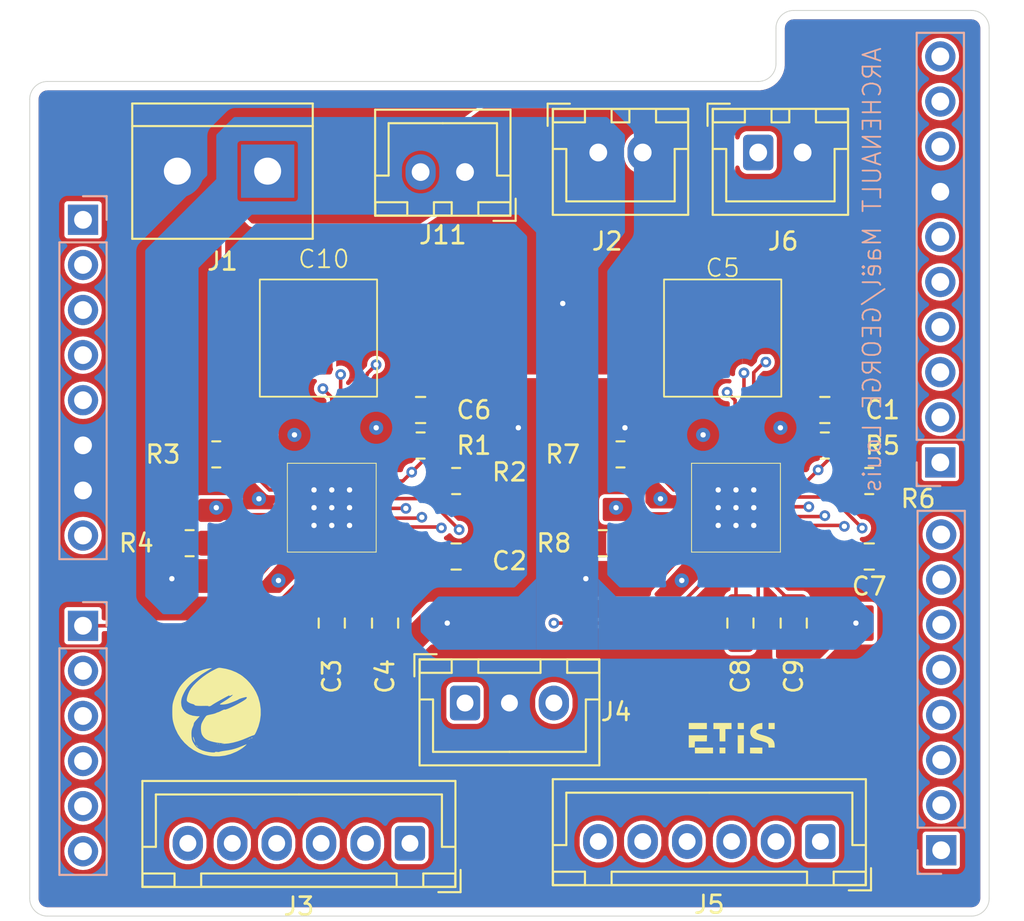
<source format=kicad_pcb>
(kicad_pcb (version 20240108) (generator "pcbnew") (generator_version "8.0")
  (layers (0 "F.Cu" signal) (1 "In1.Cu" signal "Signal 1") (2 "In2.Cu" signal "Signal 2") (31 "B.Cu" signal) (34 "B.Paste" user) (35 "F.Paste" user) (36 "B.SilkS" user "B.Silkscreen") (37 "F.SilkS" user "F.Silkscreen") (38 "B.Mask" user) (39 "F.Mask" user) (44 "Edge.Cuts" user))
  (net 0 "")
  (net 2 "GND")
  (net 3 "Net-(U1-VREG)")
  (net 4 "Net-(U1-CP2)")
  (net 5 "Net-(U1-CP1)")
  (net 6 "Net-(U1-VCP)")
  (net 7 "VBB")
  (net 8 "Net-(U2-VREG)")
  (net 9 "Net-(U2-CP2)")
  (net 10 "Net-(U2-CP1)")
  (net 11 "Net-(U2-VCP)")
  (net 12 "VDD")
  (net 13 "BLUE1")
  (net 14 "GREEN1")
  (net 16 "RED1")
  (net 17 "BLACK1")
  (net 18 "RED2")
  (net 19 "SLEEP1")
  (net 20 "BLACK2")
  (net 21 "BLUE2")
  (net 22 "GREEN2")
  (net 23 "EN1")
  (net 24 "RESET1")
  (net 25 "DIR1")
  (net 26 "STEP1")
  (net 27 "MS3")
  (net 28 "MS1")
  (net 29 "MS2")
  (net 30 "STEP2")
  (net 31 "EN2")
  (net 32 "RESET2")
  (net 33 "DIR2")
  (net 34 "SLEEP2")
  (net 35 "Net-(U1-ROSC)")
  (net 36 "VREF")
  (net 37 "Net-(U1-SENSE1)")
  (net 38 "Net-(U1-SENSE2)")
  (net 39 "Net-(U2-ROSC)")
  (net 40 "Net-(U2-SENSE1)")
  (net 41 "Net-(U2-SENSE2)")
  (net 53 "EOC_SWITCH")
  (net 56 "IR_LED")
  (net 64 "Net-(J1-Pin_1)")
  (footprint "Capacitor_SMD:C_0805_2012Metric_Pad1.18x1.45mm_HandSolder" (layer "F.Cu") (at 114 65.5 180)
    (property "Reference" "C6" (at -3 0 0) (layer "F.SilkS"))
    (property "Value" "0.22µF")
    (pad "1" smd roundrect (at -1.0375 0 180) (size 1.175 1.45) (layers "F.Cu" "F.Paste" "F.Mask") (roundrect_rratio 0.212766) (net 2 "GND"))
    (pad "2" smd roundrect (at 1.0375 0 180) (size 1.175 1.45) (layers "F.Cu" "F.Paste" "F.Mask") (roundrect_rratio 0.212766) (net 12 "VDD"))
  )
  (footprint "TerminalBlock:TerminalBlock_bornier-2_P5.08mm" (layer "F.Cu") (at 105.39 52.05 180)
    (property "Reference" "J1" (at 2.54 -5.08 0) (layer "F.SilkS"))
    (property "Value" "Power_Connector")
    (pad "1" thru_hole rect (at 0 0 180) (size 3 3) (drill 1.52) (layers "*.Cu" "*.Mask") (net 64 "Net-(J1-Pin_1)"))
    (pad "2" thru_hole circle (at 5.08 0 180) (size 3 3) (drill 1.52) (layers "*.Cu" "*.Mask") (net 2 "GND"))
  )
  (footprint "logos:etis_logo" (layer "F.Cu") (at 131.5 84)
    (property "Reference" "G***" (hide yes))
    (property "Value" "LOGO" (hide yes))
  )
  (footprint "Connector_JST:JST_XH_B6B-XH-A_1x06_P2.50mm_Vertical" (layer "F.Cu") (at 136.5 89.8 180)
    (property "Reference" "J5" (at 6.25 -3.55 180) (layer "F.SilkS"))
    (property "Value" "Motor_2_connector")
    (pad "1" thru_hole roundrect (at 0 0 180) (size 1.7 1.95) (drill 0.95) (layers "*.Cu" "*.Mask") (roundrect_rratio 0.147059))
    (pad "2" thru_hole oval (at 2.5 0 180) (size 1.7 1.95) (drill 0.95) (layers "*.Cu" "*.Mask") (net 22 "GREEN2"))
    (pad "3" thru_hole oval (at 5 0 180) (size 1.7 1.95) (drill 0.95) (layers "*.Cu" "*.Mask") (net 20 "BLACK2"))
    (pad "4" thru_hole oval (at 7.5 0 180) (size 1.7 1.95) (drill 0.95) (layers "*.Cu" "*.Mask") (net 21 "BLUE2"))
    (pad "5" thru_hole oval (at 10 0 180) (size 1.7 1.95) (drill 0.95) (layers "*.Cu" "*.Mask") (net 18 "RED2"))
    (pad "6" thru_hole oval (at 12.5 0 180) (size 1.7 1.95) (drill 0.95) (layers "*.Cu" "*.Mask"))
  )
  (footprint "Resistor_SMD:R_0805_2012Metric_Pad1.20x1.40mm_HandSolder" (layer "F.Cu") (at 124.25 73 180)
    (property "Reference" "R8" (at 2.75 0 0) (layer "F.SilkS"))
    (property "Value" "R_Small")
    (pad "1" smd roundrect (at -1 0 180) (size 1.2 1.4) (layers "F.Cu" "F.Paste" "F.Mask") (roundrect_rratio 0.208333) (net 41 "Net-(U2-SENSE2)"))
    (pad "2" smd roundrect (at 1 0 180) (size 1.2 1.4) (layers "F.Cu" "F.Paste" "F.Mask") (roundrect_rratio 0.208333) (net 2 "GND"))
  )
  (footprint "Capacitor_SMD:C_0805_2012Metric_Pad1.18x1.45mm_HandSolder" (layer "F.Cu") (at 116 73.75 180)
    (property "Reference" "C2" (at -3 -0.25 0) (layer "F.SilkS"))
    (property "Value" "0.22µF")
    (pad "1" smd roundrect (at -1.0375 0 180) (size 1.175 1.45) (layers "F.Cu" "F.Paste" "F.Mask") (roundrect_rratio 0.212766) (net 2 "GND"))
    (pad "2" smd roundrect (at 1.0375 0 180) (size 1.175 1.45) (layers "F.Cu" "F.Paste" "F.Mask") (roundrect_rratio 0.212766) (net 3 "Net-(U1-VREG)"))
  )
  (footprint "Resistor_SMD:R_0805_2012Metric_Pad1.20x1.40mm_HandSolder" (layer "F.Cu") (at 139.25 69.5 180)
    (property "Reference" "R6" (at -2.75 -1 0) (layer "F.SilkS"))
    (property "Value" "~")
    (pad "1" smd roundrect (at -1 0 180) (size 1.2 1.4) (layers "F.Cu" "F.Paste" "F.Mask") (roundrect_rratio 0.208333) (net 2 "GND"))
    (pad "2" smd roundrect (at 1 0 180) (size 1.2 1.4) (layers "F.Cu" "F.Paste" "F.Mask") (roundrect_rratio 0.208333) (net 39 "Net-(U2-ROSC)"))
  )
  (footprint "logos:ensea_logo" (layer "F.Cu") (at 102.5 82.5)
    (property "Reference" "G***" (hide yes))
    (property "Value" "LOGO" (hide yes))
  )
  (footprint "Connector_JST:JST_XH_B2B-XH-A_1x02_P2.50mm_Vertical" (layer "F.Cu") (at 133 51)
    (property "Reference" "J6" (at 1.4 5 0) (layer "F.SilkS"))
    (property "Value" "IR_LED_Connector")
    (pad "1" thru_hole roundrect (at 0 0) (size 1.7 2) (drill 1) (layers "*.Cu" "*.Mask") (roundrect_rratio 0.147059) (net 56 "IR_LED"))
    (pad "2" thru_hole oval (at 2.5 0) (size 1.7 2) (drill 1) (layers "*.Cu" "*.Mask") (net 2 "GND"))
  )
  (footprint "Resistor_SMD:R_0805_2012Metric_Pad1.20x1.40mm_HandSolder" (layer "F.Cu") (at 114 67.5)
    (property "Reference" "R1" (at 3 0 0) (layer "F.SilkS"))
    (property "Value" "R_Small")
    (pad "1" smd roundrect (at -1 0) (size 1.2 1.4) (layers "F.Cu" "F.Paste" "F.Mask") (roundrect_rratio 0.208333) (net 12 "VDD"))
    (pad "2" smd roundrect (at 1 0) (size 1.2 1.4) (layers "F.Cu" "F.Paste" "F.Mask") (roundrect_rratio 0.208333) (net 19 "SLEEP1"))
  )
  (footprint "Connector_JST:JST_XH_B6B-XH-A_1x06_P2.50mm_Vertical" (layer "F.Cu") (at 113.4 89.9 180)
    (property "Reference" "J3" (at 6.25 -3.55 180) (layer "F.SilkS"))
    (property "Value" "Motor_1_connector")
    (pad "1" thru_hole roundrect (at 0 0 180) (size 1.7 1.95) (drill 0.95) (layers "*.Cu" "*.Mask") (roundrect_rratio 0.147059))
    (pad "2" thru_hole oval (at 2.5 0 180) (size 1.7 1.95) (drill 0.95) (layers "*.Cu" "*.Mask") (net 14 "GREEN1"))
    (pad "3" thru_hole oval (at 5 0 180) (size 1.7 1.95) (drill 0.95) (layers "*.Cu" "*.Mask") (net 17 "BLACK1"))
    (pad "4" thru_hole oval (at 7.5 0 180) (size 1.7 1.95) (drill 0.95) (layers "*.Cu" "*.Mask") (net 13 "BLUE1"))
    (pad "5" thru_hole oval (at 10 0 180) (size 1.7 1.95) (drill 0.95) (layers "*.Cu" "*.Mask") (net 16 "RED1"))
    (pad "6" thru_hole oval (at 12.5 0 180) (size 1.7 1.95) (drill 0.95) (layers "*.Cu" "*.Mask"))
  )
  (footprint "Resistor_SMD:R_0805_2012Metric_Pad1.20x1.40mm_HandSolder" (layer "F.Cu") (at 102.5 68 180)
    (property "Reference" "R3" (at 3 0 0) (layer "F.SilkS"))
    (property "Value" "R_Small")
    (pad "1" smd roundrect (at -1 0 180) (size 1.2 1.4) (layers "F.Cu" "F.Paste" "F.Mask") (roundrect_rratio 0.208333) (net 37 "Net-(U1-SENSE1)"))
    (pad "2" smd roundrect (at 1 0 180) (size 1.2 1.4) (layers "F.Cu" "F.Paste" "F.Mask") (roundrect_rratio 0.208333) (net 2 "GND"))
  )
  (footprint "Resistor_SMD:R_0805_2012Metric_Pad1.20x1.40mm_HandSolder" (layer "F.Cu") (at 116 69.5 180)
    (property "Reference" "R2" (at -3 0.5 0) (layer "F.SilkS"))
    (property "Value" "R_Small")
    (pad "1" smd roundrect (at -1 0 180) (size 1.2 1.4) (layers "F.Cu" "F.Paste" "F.Mask") (roundrect_rratio 0.208333) (net 2 "GND"))
    (pad "2" smd roundrect (at 1 0 180) (size 1.2 1.4) (layers "F.Cu" "F.Paste" "F.Mask") (roundrect_rratio 0.208333) (net 35 "Net-(U1-ROSC)"))
  )
  (footprint "Capacitor_SMD:C_0805_2012Metric_Pad1.18x1.45mm_HandSolder" (layer "F.Cu") (at 139.25 73.75 180)
    (property "Reference" "C7" (at 0 -1.68 0) (layer "F.SilkS"))
    (property "Value" "0.22µF")
    (pad "1" smd roundrect (at -1.0375 0 180) (size 1.175 1.45) (layers "F.Cu" "F.Paste" "F.Mask") (roundrect_rratio 0.212766) (net 2 "GND"))
    (pad "2" smd roundrect (at 1.0375 0 180) (size 1.175 1.45) (layers "F.Cu" "F.Paste" "F.Mask") (roundrect_rratio 0.212766) (net 8 "Net-(U2-VREG)"))
  )
  (footprint "A4988:A4988" (layer "F.Cu") (at 109 71 90)
    (property "Reference" "U1" (hide yes))
    (property "Value" "A4988")
    (pad "1" smd rect (at -2.5 -1.5 180) (size 0.3 1.15) (layers "F.Cu" "F.Paste" "F.Mask") (net 13 "BLUE1"))
    (pad "2" smd rect (at -2.5 -1 180) (size 0.3 1.15) (layers "F.Cu" "F.Paste" "F.Mask") (net 23 "EN1"))
    (pad "3" smd rect (at -2.5 -0.5 180) (size 0.3 1.15) (layers "F.Cu" "F.Paste" "F.Mask") (net 2 "GND"))
    (pad "4" smd rect (at -2.5 0 180) (size 0.3 1.15) (layers "F.Cu" "F.Paste" "F.Mask") (net 5 "Net-(U1-CP1)"))
    (pad "5" smd rect (at -2.5 0.5 180) (size 0.3 1.15) (layers "F.Cu" "F.Paste" "F.Mask") (net 4 "Net-(U1-CP2)"))
    (pad "6" smd rect (at -2.5 1 180) (size 0.3 1.15) (layers "F.Cu" "F.Paste" "F.Mask") (net 6 "Net-(U1-VCP)"))
    (pad "7" smd rect (at -2.5 1.5 180) (size 0.3 1.15) (layers "F.Cu" "F.Paste" "F.Mask"))
    (pad "8" smd rect (at -1.5 2.5 270) (size 0.3 1.15) (layers "F.Cu" "F.Paste" "F.Mask") (net 3 "Net-(U1-VREG)"))
    (pad "9" smd rect (at -1 2.5 270) (size 0.3 1.15) (layers "F.Cu" "F.Paste" "F.Mask") (net 28 "MS1"))
    (pad "10" smd rect (at -0.5 2.5 270) (size 0.3 1.15) (layers "F.Cu" "F.Paste" "F.Mask") (net 29 "MS2"))
    (pad "11" smd rect (at 0 2.5 270) (size 0.3 1.15) (layers "F.Cu" "F.Paste" "F.Mask") (net 27 "MS3"))
    (pad "12" smd rect (at 0.5 2.5 270) (size 0.3 1.15) (layers "F.Cu" "F.Paste" "F.Mask") (net 24 "RESET1"))
    (pad "13" smd rect (at 1 2.5 270) (size 0.3 1.15) (layers "F.Cu" "F.Paste" "F.Mask") (net 35 "Net-(U1-ROSC)"))
    (pad "14" smd rect (at 1.5 2.5 270) (size 0.3 1.15) (layers "F.Cu" "F.Paste" "F.Mask") (net 19 "SLEEP1"))
    (pad "15" smd rect (at 2.5 1.5 180) (size 0.3 1.15) (layers "F.Cu" "F.Paste" "F.Mask") (net 12 "VDD"))
    (pad "16" smd rect (at 2.5 1 180) (size 0.3 1.15) (layers "F.Cu" "F.Paste" "F.Mask") (net 26 "STEP1"))
    (pad "17" smd rect (at 2.5 0.5 180) (size 0.3 1.15) (layers "F.Cu" "F.Paste" "F.Mask") (net 36 "VREF"))
    (pad "18" smd rect (at 2.5 0 180) (size 0.3 1.15) (layers "F.Cu" "F.Paste" "F.Mask") (net 2 "GND"))
    (pad "19" smd rect (at 2.5 -0.5 180) (size 0.3 1.15) (layers "F.Cu" "F.Paste" "F.Mask") (net 25 "DIR1"))
    (pad "20" smd rect (at 2.5 -1 180) (size 0.3 1.15) (layers "F.Cu" "F.Paste" "F.Mask"))
    (pad "21" smd rect (at 2.5 -1.5 180) (size 0.3 1.15) (layers "F.Cu" "F.Paste" "F.Mask") (net 14 "GREEN1"))
    (pad "22" smd rect (at 1.5 -2.5 270) (size 0.3 1.15) (layers "F.Cu" "F.Paste" "F.Mask") (net 7 "VBB"))
    (pad "23" smd rect (at 1 -2.5 270) (size 0.3 1.15) (layers "F.Cu" "F.Paste" "F.Mask") (net 37 "Net-(U1-SENSE1)"))
    (pad "24" smd rect (at 0.5 -2.5 270) (size 0.3 1.15) (layers "F.Cu" "F.Paste" "F.Mask") (net 17 "BLACK1"))
    (pad "25" smd rect (at 0 -2.5 270) (size 0.3 1.15) (layers "F.Cu" "F.Paste" "F.Mask"))
    (pad "26" smd rect (at -0.5 -2.5 270) (size 0.3 1.15) (layers "F.Cu" "F.Paste" "F.Mask") (net 16 "RED1"))
    (pad "27" smd rect (at -1 -2.5 270) (size 0.3 1.15) (layers "F.Cu" "F.Paste" "F.Mask") (net 38 "Net-(U1-SENSE2)"))
    (pad "28" smd rect (at -1.5 -2.5 270) (size 0.3 1.15) (layers "F.Cu" "F.Paste" "F.Mask") (net 7 "VBB"))
    (pad "29" smd rect (at 0 0 90) (size 3.15 3.15) (layers "F.Cu" "F.Paste" "F.Mask") (net 2 "GND"))
  )
  (footprint "Capacitor_SMD:C_0805_2012Metric_Pad1.18x1.45mm_HandSolder" (layer "F.Cu") (at 132 77.5 90)
    (property "Reference" "C8" (at -3 0 90) (layer "F.SilkS"))
    (property "Value" "0.1µF")
    (pad "1" smd roundrect (at -1.0375 0 90) (size 1.175 1.45) (layers "F.Cu" "F.Paste" "F.Mask") (roundrect_rratio 0.212766) (net 9 "Net-(U2-CP2)"))
    (pad "2" smd roundrect (at 1.0375 0 90) (size 1.175 1.45) (layers "F.Cu" "F.Paste" "F.Mask") (roundrect_rratio 0.212766) (net 10 "Net-(U2-CP1)"))
  )
  (footprint "Resistor_SMD:R_0805_2012Metric_Pad1.20x1.40mm_HandSolder" (layer "F.Cu") (at 125.25 68 180)
    (property "Reference" "R7" (at 3.25 0 0) (layer "F.SilkS"))
    (property "Value" "R_Small")
    (pad "1" smd roundrect (at -1 0 180) (size 1.2 1.4) (layers "F.Cu" "F.Paste" "F.Mask") (roundrect_rratio 0.208333) (net 40 "Net-(U2-SENSE1)"))
    (pad "2" smd roundrect (at 1 0 180) (size 1.2 1.4) (layers "F.Cu" "F.Paste" "F.Mask") (roundrect_rratio 0.208333) (net 2 "GND"))
  )
  (footprint "Alimentation_Capacitor:Alimentation_Capacitor" (layer "F.Cu") (at 131.3 67.15)
    (property "Reference" "C5" (at -0.3 -9.65 0) (layer "F.SilkS") (effects (font (thickness 0.1))))
    (property "Value" "100µF")
    (pad "1" smd roundrect (at -3.1 -5.6) (size 3.5 1.6) (layers "F.Cu" "F.Paste" "F.Mask") (net 7 "VBB"))
    (pad "2" smd roundrect (at 2.5 -5.6) (size 3.5 1.6) (layers "F.Cu" "F.Paste" "F.Mask") (net 2 "GND"))
  )
  (footprint "Resistor_SMD:R_0805_2012Metric_Pad1.20x1.40mm_HandSolder" (layer "F.Cu") (at 136.75 67.5)
    (property "Reference" "R5" (at 3.25 0 0) (layer "F.SilkS"))
    (property "Value" "R_Small")
    (pad "1" smd roundrect (at -1 0) (size 1.2 1.4) (layers "F.Cu" "F.Paste" "F.Mask") (roundrect_rratio 0.208333) (net 12 "VDD"))
    (pad "2" smd roundrect (at 1 0) (size 1.2 1.4) (layers "F.Cu" "F.Paste" "F.Mask") (roundrect_rratio 0.208333) (net 34 "SLEEP2"))
  )
  (footprint "Connector_JST:JST_XH_B3B-XH-A_1x03_P2.50mm_Vertical" (layer "F.Cu") (at 116.5 82)
    (property "Reference" "J4" (at 8.5 0.5 0) (layer "F.SilkS"))
    (property "Value" "EOC_Switch_Connector")
    (pad "1" thru_hole roundrect (at 0 0) (size 1.7 1.95) (drill 0.95) (layers "*.Cu" "*.Mask") (roundrect_rratio 0.147059) (net 53 "EOC_SWITCH"))
    (pad "2" thru_hole oval (at 2.5 0) (size 1.7 1.95) (drill 0.95) (layers "*.Cu" "*.Mask") (net 2 "GND"))
    (pad "3" thru_hole oval (at 5 0) (size 1.7 1.95) (drill 0.95) (layers "*.Cu" "*.Mask") (net 12 "VDD"))
  )
  (footprint "A4988:A4988" (layer "F.Cu") (at 131.75 71 90)
    (property "Reference" "U2" (hide yes))
    (property "Value" "A4988")
    (pad "1" smd rect (at -2.5 -1.5 180) (size 0.3 1.15) (layers "F.Cu" "F.Paste" "F.Mask") (net 21 "BLUE2"))
    (pad "2" smd rect (at -2.5 -1 180) (size 0.3 1.15) (layers "F.Cu" "F.Paste" "F.Mask") (net 31 "EN2"))
    (pad "3" smd rect (at -2.5 -0.5 180) (size 0.3 1.15) (layers "F.Cu" "F.Paste" "F.Mask") (net 2 "GND"))
    (pad "4" smd rect (at -2.5 0 180) (size 0.3 1.15) (layers "F.Cu" "F.Paste" "F.Mask") (net 10 "Net-(U2-CP1)"))
    (pad "5" smd rect (at -2.5 0.5 180) (size 0.3 1.15) (layers "F.Cu" "F.Paste" "F.Mask") (net 9 "Net-(U2-CP2)"))
    (pad "6" smd rect (at -2.5 1 180) (size 0.3 1.15) (layers "F.Cu" "F.Paste" "F.Mask") (net 11 "Net-(U2-VCP)"))
    (pad "7" smd rect (at -2.5 1.5 180) (size 0.3 1.15) (layers "F.Cu" "F.Paste" "F.Mask"))
    (pad "8" smd rect (at -1.5 2.5 270) (size 0.3 1.15) (layers "F.Cu" "F.Paste" "F.Mask") (net 8 "Net-(U2-VREG)"))
    (pad "9" smd rect (at -1 2.5 270) (size 0.3 1.15) (layers "F.Cu" "F.Paste" "F.Mask") (net 28 "MS1"))
    (pad "10" smd rect (at -0.5 2.5 270) (size 0.3 1.15) (layers "F.Cu" "F.Paste" "F.Mask") (net 29 "MS2"))
    (pad "11" smd rect (at 0 2.5 270) (size 0.3 1.15) (layers "F.Cu" "F.Paste" "F.Mask") (net 27 "MS3"))
    (pad "12" smd rect (at 0.5 2.5 270) (size 0.3 1.15) (layers "F.Cu" "F.Paste" "F.Mask") (net 32 "RESET2"))
    (pad "13" smd rect (at 1 2.5 270) (size 0.3 1.15) (layers "F.Cu" "F.Paste" "F.Mask") (net 39 "Net-(U2-ROSC)"))
    (pad "14" smd rect (at 1.5 2.5 270) (size 0.3 1.15) (layers "F.Cu" "F.Paste" "F.Mask") (net 34 "SLEEP2"))
    (pad "15" smd rect (at 2.5 1.5 180) (size 0.3 1.15) (layers "F.Cu" "F.Paste" "F.Mask") (net 12 "VDD"))
    (pad "16" smd rect (at 2.5 1 180) (size 0.3 1.15) (layers "F.Cu" "F.Paste" "F.Mask") (net 30 "STEP2"))
    (pad "17" smd rect (at 2.5 0.5 180) (size 0.3 1.15) (layers "F.Cu" "F.Paste" "F.Mask") (net 36 "VREF"))
    (pad "18" smd rect (at 2.5 0 180) (size 0.3 1.15) (layers "F.Cu" "F.Paste" "F.Mask") (net 2 "GND"))
    (pad "19" smd rect (at 2.5 -0.5 180) (size 0.3 1.15) (layers "F.Cu" "F.Paste" "F.Mask") (net 33 "DIR2"))
    (pad "20" smd rect (at 2.5 -1 180) (size 0.3 1.15) (layers "F.Cu" "F.Paste" "F.Mask"))
    (pad "21" smd rect (at 2.5 -1.5 180) (size 0.3 1.15) (layers "F.Cu" "F.Paste" "F.Mask") (net 22 "GREEN2"))
    (pad "22" smd rect (at 1.5 -2.5 270) (size 0.3 1.15) (layers "F.Cu" "F.Paste" "F.Mask") (net 7 "VBB"))
    (pad "23" smd rect (at 1 -2.5 270) (size 0.3 1.15) (layers "F.Cu" "F.Paste" "F.Mask") (net 40 "Net-(U2-SENSE1)"))
    (pad "24" smd rect (at 0.5 -2.5 270) (size 0.3 1.15) (layers "F.Cu" "F.Paste" "F.Mask") (net 20 "BLACK2"))
    (pad "25" smd rect (at 0 -2.5 270) (size 0.3 1.15) (layers "F.Cu" "F.Paste" "F.Mask"))
    (pad "26" smd rect (at -0.5 -2.5 270) (size 0.3 1.15) (layers "F.Cu" "F.Paste" "F.Mask") (net 18 "RED2"))
    (pad "27" smd rect (at -1 -2.5 270) (size 0.3 1.15) (layers "F.Cu" "F.Paste" "F.Mask") (net 41 "Net-(U2-SENSE2)"))
    (pad "28" smd rect (at -1.5 -2.5 270) (size 0.3 1.15) (layers "F.Cu" "F.Paste" "F.Mask") (net 7 "VBB"))
    (pad "29" smd rect (at 0 0 90) (size 3.15 3.15) (layers "F.Cu" "F.Paste" "F.Mask") (net 2 "GND"))
  )
  (footprint "Alimentation_Capacitor:Alimentation_Capacitor" (layer "F.Cu") (at 108.55 67.15)
    (property "Reference" "C10" (at 0 -10.15 0) (layer "F.SilkS") (effects (font (thickness 0.1))))
    (property "Value" "100µF")
    (pad "1" smd roundrect (at -3.1 -5.6) (size 3.5 1.6) (layers "F.Cu" "F.Paste" "F.Mask") (net 7 "VBB"))
    (pad "2" smd roundrect (at 2.5 -5.6) (size 3.5 1.6) (layers "F.Cu" "F.Paste" "F.Mask") (net 2 "GND"))
  )
  (footprint "Capacitor_SMD:C_0805_2012Metric_Pad1.18x1.45mm_HandSolder" (layer "F.Cu") (at 109 77.5 90)
    (property "Reference" "C3" (at -3 0 90) (layer "F.SilkS"))
    (property "Value" "0.1µF")
    (pad "1" smd roundrect (at -1.0375 0 90) (size 1.175 1.45) (layers "F.Cu" "F.Paste" "F.Mask") (roundrect_rratio 0.212766) (net 4 "Net-(U1-CP2)"))
    (pad "2" smd roundrect (at 1.0375 0 90) (size 1.175 1.45) (layers "F.Cu" "F.Paste" "F.Mask") (roundrect_rratio 0.212766) (net 5 "Net-(U1-CP1)"))
  )
  (footprint "Capacitor_SMD:C_0805_2012Metric_Pad1.18x1.45mm_HandSolder" (layer "F.Cu") (at 112 77.5 90)
    (property "Reference" "C4" (at -3 0 90) (layer "F.SilkS"))
    (property "Value" "0.1µF")
    (pad "1" smd roundrect (at -1.0375 0 90) (size 1.175 1.45) (layers "F.Cu" "F.Paste" "F.Mask") (roundrect_rratio 0.212766) (net 7 "VBB"))
    (pad "2" smd roundrect (at 1.0375 0 90) (size 1.175 1.45) (layers "F.Cu" "F.Paste" "F.Mask") (roundrect_rratio 0.212766) (net 6 "Net-(U1-VCP)"))
  )
  (footprint "Connector_JST:JST_XH_B2B-XH-A_1x02_P2.50mm_Vertical" (layer "F.Cu") (at 116.5 52.1 180)
    (property "Reference" "J11" (at 1.25 -3.55 0) (layer "F.SilkS"))
    (property "Value" "SWITCH_Connector")
    (pad "1" thru_hole roundrect (at 0 0 180) (size 1.7 2) (drill 1) (layers "*.Cu" "*.Mask") (roundrect_rratio 0.147059) (net 7 "VBB"))
    (pad "2" thru_hole oval (at 2.5 0 180) (size 1.7 2) (drill 1) (layers "*.Cu" "*.Mask") (net 64 "Net-(J1-Pin_1)"))
  )
  (footprint "Connector_JST:JST_XH_B2B-XH-A_1x02_P2.50mm_Vertical" (layer "F.Cu") (at 124 51)
    (property "Reference" "J2" (at 0.5 5 0) (layer "F.SilkS"))
    (property "Value" "Fan_Connector")
    (pad "1" thru_hole roundrect (at 0 0) (size 1.7 2) (drill 1) (layers "*.Cu" "*.Mask") (roundrect_rratio 0.147059) (net 7 "VBB"))
    (pad "2" thru_hole oval (at 2.5 0) (size 1.7 2) (drill 1) (layers "*.Cu" "*.Mask") (net 2 "GND"))
  )
  (footprint "Capacitor_SMD:C_0805_2012Metric_Pad1.18x1.45mm_HandSolder" (layer "F.Cu") (at 136.75 65.5 180)
    (property "Reference" "C1" (at -3.25 0 0) (layer "F.SilkS"))
    (property "Value" "0.22µF")
    (pad "1" smd roundrect (at -1.0375 0 180) (size 1.175 1.45) (layers "F.Cu" "F.Paste" "F.Mask") (roundrect_rratio 0.212766) (net 2 "GND"))
    (pad "2" smd roundrect (at 1.0375 0 180) (size 1.175 1.45) (layers "F.Cu" "F.Paste" "F.Mask") (roundrect_rratio 0.212766) (net 12 "VDD"))
  )
  (footprint "Capacitor_SMD:C_0805_2012Metric_Pad1.18x1.45mm_HandSolder" (layer "F.Cu") (at 135 77.5 90)
    (property "Reference" "C9" (at -3 0 90) (layer "F.SilkS"))
    (property "Value" "0.1µF")
    (pad "1" smd roundrect (at -1.0375 0 90) (size 1.175 1.45) (layers "F.Cu" "F.Paste" "F.Mask") (roundrect_rratio 0.212766) (net 7 "VBB"))
    (pad "2" smd roundrect (at 1.0375 0 90) (size 1.175 1.45) (layers "F.Cu" "F.Paste" "F.Mask") (roundrect_rratio 0.212766) (net 11 "Net-(U2-VCP)"))
  )
  (footprint "Resistor_SMD:R_0805_2012Metric_Pad1.20x1.40mm_HandSolder" (layer "F.Cu") (at 101 73 180)
    (property "Reference" "R4" (at 3 0 0) (layer "F.SilkS"))
    (property "Value" "R_Small")
    (pad "1" smd roundrect (at -1 0 180) (size 1.2 1.4) (layers "F.Cu" "F.Paste" "F.Mask") (roundrect_rratio 0.208333) (net 38 "Net-(U1-SENSE2)"))
    (pad "2" smd roundrect (at 1 0 180) (size 1.2 1.4) (layers "F.Cu" "F.Paste" "F.Mask") (roundrect_rratio 0.208333) (net 2 "GND"))
  )
  (footprint "Connector_PinHeader_2.54mm:PinHeader_1x06_P2.54mm_Vertical" (layer "B.Cu") (at 95 77.65 180)
    (property "Reference" "J8" (hide yes))
    (property "Value" "Conn_01x06")
    (pad "1" thru_hole rect (at 0 0 180) (size 1.7 1.7) (drill 1) (layers "*.Cu" "*.Mask") (net 23 "EN1"))
    (pad "2" thru_hole oval (at 0 -2.54 180) (size 1.7 1.7) (drill 1) (layers "*.Cu" "*.Mask") (net 31 "EN2"))
    (pad "3" thru_hole oval (at 0 -5.08 180) (size 1.7 1.7) (drill 1) (layers "*.Cu" "*.Mask") (net 53 "EOC_SWITCH"))
    (pad "4" thru_hole oval (at 0 -7.62 180) (size 1.7 1.7) (drill 1) (layers "*.Cu" "*.Mask"))
    (pad "5" thru_hole oval (at 0 -10.16 180) (size 1.7 1.7) (drill 1) (layers "*.Cu" "*.Mask"))
    (pad "6" thru_hole oval (at 0 -12.7 180) (size 1.7 1.7) (drill 1) (layers "*.Cu" "*.Mask"))
  )
  (footprint "Connector_PinHeader_2.54mm:PinHeader_1x08_P2.54mm_Vertical" (layer "B.Cu") (at 95 54.79 180)
    (property "Reference" "J7" (hide yes))
    (property "Value" "Conn_01x08")
    (pad "1" thru_hole rect (at 0 0 180) (size 1.7 1.7) (drill 1) (layers "*.Cu" "*.Mask"))
    (pad "2" thru_hole oval (at 0 -2.54 180) (size 1.7 1.7) (drill 1) (layers "*.Cu" "*.Mask"))
    (pad "3" thru_hole oval (at 0 -5.08 180) (size 1.7 1.7) (drill 1) (layers "*.Cu" "*.Mask"))
    (pad "4" thru_hole oval (at 0 -7.62 180) (size 1.7 1.7) (drill 1) (layers "*.Cu" "*.Mask") (net 36 "VREF"))
    (pad "5" thru_hole oval (at 0 -10.16 180) (size 1.7 1.7) (drill 1) (layers "*.Cu" "*.Mask") (net 12 "VDD"))
    (pad "6" thru_hole oval (at 0 -12.7 180) (size 1.7 1.7) (drill 1) (layers "*.Cu" "*.Mask") (net 2 "GND"))
    (pad "7" thru_hole oval (at 0 -15.24 180) (size 1.7 1.7) (drill 1) (layers "*.Cu" "*.Mask") (net 2 "GND"))
    (pad "8" thru_hole oval (at 0 -17.78 180) (size 1.7 1.7) (drill 1) (layers "*.Cu" "*.Mask"))
  )
  (footprint "Connector_PinHeader_2.54mm:PinHeader_1x10_P2.54mm_Vertical" (layer "B.Cu") (at 143.25 68.45)
    (property "Reference" "J9" (hide yes))
    (property "Value" "Conn_01x10")
    (pad "1" thru_hole rect (at 0 0) (size 1.7 1.7) (drill 1) (layers "*.Cu" "*.Mask") (net 28 "MS1"))
    (pad "2" thru_hole oval (at 0 -2.54) (size 1.7 1.7) (drill 1) (layers "*.Cu" "*.Mask") (net 29 "MS2"))
    (pad "3" thru_hole oval (at 0 -5.08) (size 1.7 1.7) (drill 1) (layers "*.Cu" "*.Mask") (net 27 "MS3"))
    (pad "4" thru_hole oval (at 0 -7.62) (size 1.7 1.7) (drill 1) (layers "*.Cu" "*.Mask") (net 26 "STEP1"))
    (pad "5" thru_hole oval (at 0 -10.16) (size 1.7 1.7) (drill 1) (layers "*.Cu" "*.Mask") (net 56 "IR_LED"))
    (pad "6" thru_hole oval (at 0 -12.7) (size 1.7 1.7) (drill 1) (layers "*.Cu" "*.Mask") (net 30 "STEP2"))
    (pad "7" thru_hole oval (at 0 -15.24) (size 1.7 1.7) (drill 1) (layers "*.Cu" "*.Mask") (net 2 "GND"))
    (pad "8" thru_hole oval (at 0 -17.78) (size 1.7 1.7) (drill 1) (layers "*.Cu" "*.Mask"))
    (pad "9" thru_hole oval (at 0 -20.32) (size 1.7 1.7) (drill 1) (layers "*.Cu" "*.Mask"))
    (pad "10" thru_hole oval (at 0 -22.86) (size 1.7 1.7) (drill 1) (layers "*.Cu" "*.Mask"))
  )
  (footprint "Connector_PinHeader_2.54mm:PinHeader_1x08_P2.54mm_Vertical" (layer "B.Cu") (at 143.3 90.29)
    (property "Reference" "J10" (hide yes))
    (property "Value" "Conn_01x08")
    (pad "1" thru_hole rect (at 0 0) (size 1.7 1.7) (drill 1) (layers "*.Cu" "*.Mask"))
    (pad "2" thru_hole oval (at 0 -2.54) (size 1.7 1.7) (drill 1) (layers "*.Cu" "*.Mask"))
    (pad "3" thru_hole oval (at 0 -5.08) (size 1.7 1.7) (drill 1) (layers "*.Cu" "*.Mask") (net 19 "SLEEP1"))
    (pad "4" thru_hole oval (at 0 -7.62) (size 1.7 1.7) (drill 1) (layers "*.Cu" "*.Mask") (net 34 "SLEEP2"))
    (pad "5" thru_hole oval (at 0 -10.16) (size 1.7 1.7) (drill 1) (layers "*.Cu" "*.Mask") (net 24 "RESET1"))
    (pad "6" thru_hole oval (at 0 -12.7) (size 1.7 1.7) (drill 1) (layers "*.Cu" "*.Mask") (net 32 "RESET2"))
    (pad "7" thru_hole oval (at 0 -15.24) (size 1.7 1.7) (drill 1) (layers "*.Cu" "*.Mask") (net 25 "DIR1"))
    (pad "8" thru_hole oval (at 0 -17.78) (size 1.7 1.7) (drill 1) (layers "*.Cu" "*.Mask") (net 33 "DIR2"))
  )
  (gr_arc (start 92 48) (mid 92.292893 47.292893) (end 93 47) (stroke (width 0.05)) (layer "Edge.Cuts"))
  (gr_arc (start 134 46) (mid 133.707107 46.707107) (end 133 47) (stroke (width 0.05)) (layer "Edge.Cuts"))
  (gr_arc (start 93 94) (mid 92.292893 93.707107) (end 92 93) (stroke (width 0.05)) (layer "Edge.Cuts"))
  (gr_line (start 146 44) (end 146 93) (stroke (width 0.05)) (layer "Edge.Cuts"))
  (gr_line (start 92 93) (end 92 48) (stroke (width 0.05)) (layer "Edge.Cuts"))
  (gr_line (start 145 94) (end 93 94) (stroke (width 0.05)) (layer "Edge.Cuts"))
  (gr_line (start 134 46) (end 134 44) (stroke (width 0.05)) (layer "Edge.Cuts"))
  (gr_line (start 93 47) (end 133 47) (stroke (width 0.05)) (layer "Edge.Cuts"))
  (gr_arc (start 134 44) (mid 134.292893 43.292893) (end 135 43) (stroke (width 0.05)) (layer "Edge.Cuts"))
  (gr_arc (start 145 43) (mid 145.707107 43.292893) (end 146 44) (stroke (width 0.05)) (layer "Edge.Cuts"))
  (gr_arc (start 146 93) (mid 145.707107 93.707107) (end 145 94) (stroke (width 0.05)) (layer "Edge.Cuts"))
  (gr_line (start 135 43) (end 145 43) (stroke (width 0.05)) (layer "Edge.Cuts"))
  (gr_text "ARCHENAULT Maël/GEORGE Louis" (at 140 45 90) (layer "B.SilkS") (effects (font (size 1 1) (thickness 0.1)) (justify left bottom mirror)))
  (via (at 131.75 72) (size 0.6) (drill 0.3) (layers "F.Cu" "B.Cu") (net 2))
  (via (at 110 70) (size 0.6) (drill 0.3) (layers "F.Cu" "B.Cu") (net 2))
  (via (at 108 71) (size 0.6) (drill 0.3) (layers "F.Cu" "B.Cu") (net 2))
  (via (at 109 71) (size 0.6) (drill 0.3) (layers "F.Cu" "B.Cu") (net 2))
  (via (at 110 72) (size 0.6) (drill 0.3) (layers "F.Cu" "B.Cu") (net 2))
  (via (at 130.75 71) (size 0.6) (drill 0.3) (layers "F.Cu" "B.Cu") (net 2))
  (via (at 119.5 66.5) (size 0.6) (drill 0.3) (layers "F.Cu" "B.Cu") (net 2))
  (via (at 108 70) (size 0.6) (drill 0.3) (layers "F.Cu" "B.Cu") (net 2))
  (via (at 132.75 71) (size 0.6) (drill 0.3) (layers "F.Cu" "B.Cu") (net 2))
  (via (at 132.75 72) (size 0.6) (drill 0.3) (layers "F.Cu" "B.Cu") (net 2))
  (via (at 110 71) (size 0.6) (drill 0.3) (layers "F.Cu" "B.Cu") (net 2))
  (via (at 109 72) (size 0.6) (drill 0.3) (layers "F.Cu" "B.Cu") (net 2))
  (via (at 131.75 70) (size 0.6) (drill 0.3) (layers "F.Cu" "B.Cu") (net 2))
  (via (at 130.75 72) (size 0.6) (drill 0.3) (layers "F.Cu" "B.Cu") (net 2))
  (via (at 109 70) (size 0.6) (drill 0.3) (layers "F.Cu" "B.Cu") (net 2))
  (via (at 125.5 66.5) (size 0.6) (drill 0.3) (layers "F.Cu" "B.Cu") (net 2))
  (via (at 131.75 71) (size 0.6) (drill 0.3) (layers "F.Cu" "B.Cu") (net 2))
  (via (at 108 72) (size 0.6) (drill 0.3) (layers "F.Cu" "B.Cu") (net 2))
  (via (at 130.75 70) (size 0.6) (drill 0.3) (layers "F.Cu" "B.Cu") (net 2))
  (via (at 132.75 70) (size 0.6) (drill 0.3) (layers "F.Cu" "B.Cu") (net 2))
  (segment (start 113.7125 72.5) (end 114.9625 73.75) (width 0.2) (layer "F.Cu") (net 3))
  (segment (start 111.5 72.5) (end 113.7125 72.5) (width 0.2) (layer "F.Cu") (net 3))
  (segment (start 110 74.957474) (end 109.5 74.457474) (width 0.2) (layer "F.Cu") (net 4))
  (segment (start 110 77.5375) (end 110 74.957474) (width 0.2) (layer "F.Cu") (net 4))
  (segment (start 109 78.5375) (end 110 77.5375) (width 0.2) (layer "F.Cu") (net 4))
  (segment (start 109.5 74.457474) (end 109.5 73.5) (width 0.2) (layer "F.Cu") (net 4))
  (segment (start 109 76.4625) (end 109 73.5) (width 0.2) (layer "F.Cu") (net 5))
  (segment (start 110 74.4625) (end 110 73.5) (width 0.2) (layer "F.Cu") (net 6))
  (segment (start 112 76.4625) (end 110 74.4625) (width 0.2) (layer "F.Cu") (net 6))
  (via (at 115.5 77.5) (size 0.8) (drill 0.3) (layers "F.Cu" "B.Cu") (net 7))
  (via (at 123.3 75) (size 0.8) (drill 0.3) (layers "F.Cu" "B.Cu") (net 7))
  (via (at 122 59.5) (size 0.8) (drill 0.3) (layers "F.Cu" "B.Cu") (net 7))
  (via (at 138.5 77.5) (size 0.8) (drill 0.3) (layers "F.Cu" "B.Cu") (net 7))
  (via (at 100 75) (size 0.8) (drill 0.3) (layers "F.Cu" "B.Cu") (net 7))
  (segment (start 134.25 72.5) (end 136.9625 72.5) (width 0.2) (layer "F.Cu") (net 8))
  (segment (start 136.9625 72.5) (end 138.2125 73.75) (width 0.2) (layer "F.Cu") (net 8))
  (segment (start 133 74.957474) (end 132.25 74.207474) (width 0.2) (layer "F.Cu") (net 9))
  (segment (start 132.25 74.207474) (end 132.25 73.5) (width 0.2) (layer "F.Cu") (net 9))
  (segment (start 133 77.5375) (end 133 74.957474) (width 0.2) (layer "F.Cu") (net 9))
  (segment (start 132 78.5375) (end 133 77.5375) (width 0.2) (layer "F.Cu") (net 9))
  (segment (start 132 76.4625) (end 131.75 76.2125) (width 0.2) (layer "F.Cu") (net 10))
  (segment (start 131.75 76.2125) (end 131.75 73.5) (width 0.2) (layer "F.Cu") (net 10))
  (segment (start 132.75 74.2125) (end 135 76.4625) (width 0.2) (layer "F.Cu") (net 11))
  (segment (start 132.75 73.5) (end 132.75 74.2125) (width 0.2) (layer "F.Cu") (net 11))
  (segment (start 135.7125 65.5) (end 135.7125 67.4625) (width 0.8) (layer "F.Cu") (net 12))
  (segment (start 135.7125 67.4625) (end 135.75 67.5) (width 0.8) (layer "F.Cu") (net 12))
  (segment (start 112.9625 65.5) (end 112.9625 67.4625) (width 0.8) (layer "F.Cu") (net 12))
  (segment (start 112.9625 67.4625) (end 113 67.5) (width 0.8) (layer "F.Cu") (net 12))
  (via (at 111.5 66.5) (size 0.8) (drill 0.3) (layers "F.Cu" "B.Cu") (net 12))
  (via (at 134.25 66.5) (size 0.8) (drill 0.3) (layers "F.Cu" "B.Cu") (net 12))
  (via (at 106 75.1) (size 0.8) (drill 0.3) (layers "F.Cu" "B.Cu") (net 13))
  (via (at 106.9 66.9) (size 0.8) (drill 0.3) (layers "F.Cu" "B.Cu") (net 14))
  (via (at 102.5 71) (size 0.8) (drill 0.3) (layers "F.Cu" "B.Cu") (net 16))
  (via (at 104.9 70.5) (size 0.8) (drill 0.3) (layers "F.Cu" "B.Cu") (net 17))
  (via (at 125 71) (size 0.8) (drill 0.3) (layers "F.Cu" "B.Cu") (net 18))
  (segment (start 111.5 69.5) (end 113 69.5) (width 0.2) (layer "F.Cu") (net 19))
  (segment (start 113.5 69) (end 115 67.5) (width 0.2) (layer "F.Cu") (net 19))
  (segment (start 113 69.5) (end 113.5 69) (width 0.2) (layer "F.Cu") (net 19))
  (via (at 113.5 69) (size 0.6) (drill 0.3) (layers "F.Cu" "B.Cu") (net 19))
  (via (at 127.5 70.5) (size 0.8) (drill 0.3) (layers "F.Cu" "B.Cu") (net 20))
  (via (at 128.7 75.1) (size 0.8) (drill 0.3) (layers "F.Cu" "B.Cu") (net 21))
  (via (at 129.9 66.9) (size 0.8) (drill 0.3) (layers "F.Cu" "B.Cu") (net 22))
  (segment (start 104.675 77.65) (end 95 77.65) (width 0.2) (layer "F.Cu") (net 23))
  (segment (start 108 74.325) (end 104.675 77.65) (width 0.2) (layer "F.Cu") (net 23))
  (segment (start 108 73.5) (end 108 74.325) (width 0.2) (layer "F.Cu") (net 23))
  (segment (start 116.17 72.24) (end 114.42 70.49) (width 0.2) (layer "F.Cu") (net 24))
  (segment (start 114.42 70.49) (end 111.52 70.49) (width 0.2) (layer "F.Cu") (net 24))
  (via (at 116.17 72.24) (size 0.6) (drill 0.3) (layers "F.Cu" "B.Cu") (net 24))
  (segment (start 109 67.275) (end 108.5 67.775) (width 0.2) (layer "F.Cu") (net 25))
  (segment (start 108.5 67.775) (end 108.5 68.5) (width 0.2) (layer "F.Cu") (net 25))
  (segment (start 108.6 68.4) (end 108.5 68.5) (width 0.2) (layer "F.Cu") (net 25))
  (segment (start 109 64.8) (end 109 67.275) (width 0.2) (layer "F.Cu") (net 25))
  (segment (start 108.5 64.3) (end 109 64.8) (width 0.2) (layer "F.Cu") (net 25))
  (via (at 108.5 64.3) (size 0.6) (drill 0.3) (layers "F.Cu" "B.Cu") (net 25))
  (segment (start 110 68.5) (end 110 64.5) (width 0.2) (layer "F.Cu") (net 26))
  (segment (start 110 64.5) (end 111 63.5) (width 0.2) (layer "F.Cu") (net 26))
  (segment (start 111 63.5) (end 111 63.44376) (width 0.2) (layer "F.Cu") (net 26))
  (segment (start 111 63.44376) (end 111.49376 62.95) (width 0.2) (layer "F.Cu") (net 26))
  (via (at 111.49376 62.95) (size 0.6) (drill 0.3) (layers "F.Cu" "B.Cu") (net 26))
  (segment (start 134.15 70.95) (end 135.85 70.95) (width 0.2) (layer "F.Cu") (net 27))
  (segment (start 111.47 71.04) (end 113.17 71.04) (width 0.2) (layer "F.Cu") (net 27))
  (via (at 135.85 70.95) (size 0.6) (drill 0.3) (layers "F.Cu" "B.Cu") (net 27))
  (via (at 113.17 71.04) (size 0.6) (drill 0.3) (layers "F.Cu" "B.Cu") (net 27))
  (segment (start 134.2 72) (end 137.8 72) (width 0.2) (layer "F.Cu") (net 28))
  (segment (start 111.5 72) (end 111.55 72.05) (width 0.2) (layer "F.Cu") (net 28))
  (segment (start 111.52 72.09) (end 115.12 72.09) (width 0.2) (layer "F.Cu") (net 28))
  (via (at 115.17 72.14) (size 0.6) (drill 0.3) (layers "F.Cu" "B.Cu") (net 28))
  (via (at 137.85 72.05) (size 0.6) (drill 0.3) (layers "F.Cu" "B.Cu") (net 28))
  (segment (start 111.5 71.5) (end 111.55 71.55) (width 0.2) (layer "F.Cu") (net 29))
  (segment (start 111.52 71.59) (end 114.02 71.59) (width 0.2) (layer "F.Cu") (net 29))
  (segment (start 134.2 71.5) (end 136.7 71.5) (width 0.2) (layer "F.Cu") (net 29))
  (via (at 136.75 71.45) (size 0.6) (drill 0.3) (layers "F.Cu" "B.Cu") (net 29))
  (via (at 114.07 71.54) (size 0.6) (drill 0.3) (layers "F.Cu" "B.Cu") (net 29))
  (segment (start 133.43 62.8) (end 133.34 62.8) (width 0.2) (layer "F.Cu") (net 30))
  (segment (start 133.34 62.8) (end 132.75 63.39) (width 0.2) (layer "F.Cu") (net 30))
  (segment (start 132.75 63.39) (end 132.75 68.5) (width 0.2) (layer "F.Cu") (net 30))
  (via (at 133.43 62.8) (size 0.6) (drill 0.3) (layers "F.Cu" "B.Cu") (net 30))
  (segment (start 130.75 74.325) (end 127.575 77.5) (width 0.2) (layer "F.Cu") (net 31))
  (segment (start 127.575 77.5) (end 121.5 77.5) (width 0.2) (layer "F.Cu") (net 31))
  (segment (start 130.75 73.5) (end 130.75 74.325) (width 0.2) (layer "F.Cu") (net 31))
  (via (at 121.5 77.5) (size 0.6) (drill 0.3) (layers "F.Cu" "B.Cu") (net 31))
  (segment (start 138.85 72.15) (end 137.1 70.4) (width 0.2) (layer "F.Cu") (net 32))
  (segment (start 137.1 70.4) (end 134.2 70.4) (width 0.2) (layer "F.Cu") (net 32))
  (via (at 138.85 72.15) (size 0.6) (drill 0.3) (layers "F.Cu" "B.Cu") (net 32))
  (segment (start 131.7 67.325) (end 131.25 67.775) (width 0.2) (layer "F.Cu") (net 33))
  (segment (start 131.25 64.5) (end 131.7 64.95) (width 0.2) (layer "F.Cu") (net 33))
  (segment (start 131.25 67.775) (end 131.25 68.5) (width 0.2) (layer "F.Cu") (net 33))
  (segment (start 131.7 64.95) (end 131.7 67.325) (width 0.2) (layer "F.Cu") (net 33))
  (via (at 131.25 64.5) (size 0.6) (drill 0.3) (layers "F.Cu" "B.Cu") (net 33))
  (segment (start 134.25 69.5) (end 135.75 69.5) (width 0.2) (layer "F.Cu") (net 34))
  (segment (start 135.75 69.5) (end 136.375 68.875) (width 0.2) (layer "F.Cu") (net 34))
  (segment (start 136.375 68.875) (end 137.75 67.5) (width 0.2) (layer "F.Cu") (net 34))
  (via (at 136.375 68.875) (size 0.6) (drill 0.3) (layers "F.Cu" "B.Cu") (net 34))
  (segment (start 111.5 70) (end 114.5 70) (width 0.2) (layer "F.Cu") (net 35))
  (segment (start 114.5 70) (end 115 69.5) (width 0.2) (layer "F.Cu") (net 35))
  (segment (start 109.5 63.5) (end 109.5 68.5) (width 0.2) (layer "F.Cu") (net 36))
  (segment (start 132.2 63.41) (end 132.2 68.45) (width 0.2) (layer "F.Cu") (net 36))
  (segment (start 132.2 68.45) (end 132.25 68.5) (width 0.2) (layer "F.Cu") (net 36))
  (via (at 109.5 63.5) (size 0.6) (drill 0.3) (layers "F.Cu" "B.Cu") (net 36))
  (via (at 132.2 63.41) (size 0.6) (drill 0.3) (layers "F.Cu" "B.Cu") (net 36))
  (segment (start 103.5 68) (end 105.5 70) (width 0.2) (layer "F.Cu") (net 37))
  (segment (start 105.5 70) (end 106.5 70) (width 0.2) (layer "F.Cu") (net 37))
  (segment (start 102 73) (end 103 72) (width 0.2) (layer "F.Cu") (net 38))
  (segment (start 103 72) (end 106.5 72) (width 0.2) (layer "F.Cu") (net 38))
  (segment (start 134.25 70) (end 137.75 70) (width 0.2) (layer "F.Cu") (net 39))
  (segment (start 137.75 70) (end 138.25 69.5) (width 0.2) (layer "F.Cu") (net 39))
  (segment (start 126.25 68) (end 128.25 70) (width 0.2) (layer "F.Cu") (net 40))
  (segment (start 128.25 70) (end 129.25 70) (width 0.2) (layer "F.Cu") (net 40))
  (segment (start 125.25 73) (end 126.25 72) (width 0.2) (layer "F.Cu") (net 41))
  (segment (start 126.25 72) (end 129.25 72) (width 0.2) (layer "F.Cu") (net 41))
  (segment (start 115.77 82.73) (end 116.5 82) (width 0.2) (layer "F.Cu") (net 53))
  (zone (net 7) (net_name "VBB") (layer "F.Cu") (priority 11) (connect_pads yes (clearance 0.2)) (min_thickness 0.25) (fill yes (thermal_gap 0.5) (thermal_bridge_width 0.5))
    (polygon (pts (xy 126.5 62.75) (xy 128.5 62.75) (xy 128.5 67.75) (xy 130 69.5) (xy 128 69.5) (xy 126.5 68) (xy 126.5 64.25)))
  )
  (zone (net 20) (net_name "BLACK2") (layer "F.Cu") (priority 5) (connect_pads yes (clearance 0.2)) (min_thickness 0.25) (fill yes (thermal_gap 0.5) (thermal_bridge_width 0.5))
    (polygon (pts (xy 126.65 69.5) (xy 129.65 69.5) (xy 129.75 71.25) (xy 126.65 71.2)))
  )
  (zone (net 16) (net_name "RED1") (layer "F.Cu") (priority 7) (connect_pads yes (clearance 0.2)) (min_thickness 0.25) (fill yes (thermal_gap 0.5) (thermal_bridge_width 0.5))
    (polygon (pts (xy 107.1 71.8) (xy 107.1 71.3) (xy 104.1 71.3) (xy 103.4 70.5) (xy 101.5 70.5) (xy 101.5 71.8)))
  )
  (zone (net 22) (net_name "GREEN2") (layer "F.Cu") (priority 10) (connect_pads yes (clearance 0.2)) (min_thickness 0.25) (fill yes (thermal_gap 0.5) (thermal_bridge_width 0.5))
    (polygon (pts (xy 128.75 69) (xy 131.5 69) (xy 131.5 63.75) (xy 128.75 63.75)))
  )
  (zone (net 64) (net_name "Net-(J1-Pin_1)") (layer "F.Cu") (priority 14) (connect_pads yes (clearance 0.2)) (min_thickness 0.25) (fill yes (thermal_gap 0.5) (thermal_bridge_width 0.5))
    (polygon (pts (xy 103.5 50.5) (xy 104.5 49.5) (xy 114 49.5) (xy 115.5 50.5) (xy 115.5 54) (xy 114 55) (xy 104.5 55) (xy 103.5 54)))
  )
  (zone (net 12) (net_name "VDD") (layer "F.Cu") (priority 3) (connect_pads yes (clearance 0.2)) (min_thickness 0.25) (fill yes (thermal_gap 0.5) (thermal_bridge_width 0.5))
    (polygon (pts (xy 133 64.5) (xy 136.75 64.5) (xy 136.75 68) (xy 135.75 69) (xy 133 69)))
  )
  (zone (net 2) (net_name "GND") (layer "F.Cu") (connect_pads yes (clearance 0.2)) (min_thickness 0.25) (fill yes (thermal_gap 0.5) (thermal_bridge_width 0.5))
    (polygon (pts (xy 92 47) (xy 134 47) (xy 134 43) (xy 146 43) (xy 146 94) (xy 92 94)))
  )
  (zone (net 2) (net_name "GND") (layer "F.Cu") (priority 5) (connect_pads yes (clearance 0.2)) (min_thickness 0.25) (fill yes (thermal_gap 0.5) (thermal_bridge_width 0.5))
    (polygon (pts (xy 135.6 61.75) (xy 132.1 61.75) (xy 132.1 63.75) (xy 135.6 63.75)))
  )
  (zone (net 7) (net_name "VBB") (layer "F.Cu") (priority 4) (connect_pads yes (clearance 0.2)) (min_thickness 0.25) (fill yes (thermal_gap 0.5) (thermal_bridge_width 0.5))
    (polygon (pts (xy 103 62.5) (xy 104 63.5) (xy 130 63.5) (xy 131.5 62.25) (xy 131.5 57.75) (xy 131.5 50) (xy 130 48.5) (xy 117.5 48.5) (xy 115.5 50) (xy 115.5 54.5) (xy 104 54.5) (xy 103 55.5)))
  )
  (zone (net 17) (net_name "BLACK1") (layer "F.Cu") (priority 5) (connect_pads yes (clearance 0.2)) (min_thickness 0.25) (fill yes (thermal_gap 0.5) (thermal_bridge_width 0.5))
    (polygon (pts (xy 104 69.5) (xy 107 69.5) (xy 107.1 71.3) (xy 104 71.25)))
  )
  (zone (net 18) (net_name "RED2") (layer "F.Cu") (priority 7) (connect_pads yes (clearance 0.2)) (min_thickness 0.25) (fill yes (thermal_gap 0.5) (thermal_bridge_width 0.5))
    (polygon (pts (xy 129.85 71.75) (xy 129.85 71.25) (xy 126.85 71.25) (xy 126.15 70.45) (xy 124.25 70.45) (xy 124.25 71.75)))
  )
  (zone (net 13) (net_name "BLUE1") (layer "F.Cu") (priority 8) (connect_pads yes (clearance 0.2)) (min_thickness 0.25) (fill yes (thermal_gap 0.5) (thermal_bridge_width 0.5))
    (polygon (pts (xy 107.2 72.8) (xy 108 72.8) (xy 108 74.5) (xy 107.5 75) (xy 106.5 75.8) (xy 104.5 75.8)))
  )
  (zone (net 7) (net_name "VBB") (layer "F.Cu") (priority 11) (connect_pads yes (clearance 0.2)) (min_thickness 0.25) (fill yes (thermal_gap 0.5) (thermal_bridge_width 0.5))
    (polygon (pts (xy 103 62.5) (xy 105.8 62.5) (xy 105.8 67.8) (xy 107.2 69.2) (xy 107 69.75) (xy 105.75 69.75) (xy 105 69.5) (xy 103 68.25) (xy 103 64.5)))
  )
  (zone (net 14) (net_name "GREEN1") (layer "F.Cu") (priority 10) (connect_pads yes (clearance 0.2)) (min_thickness 0.25) (fill yes (thermal_gap 0.5) (thermal_bridge_width 0.5))
    (polygon (pts (xy 106 68) (xy 107.2 69.2) (xy 109 69) (xy 109 63.75) (xy 106 63.75)))
  )
  (zone (net 7) (net_name "VBB") (layer "F.Cu") (priority 19) (connect_pads yes (clearance 0.2)) (min_thickness 0.25) (fill yes (thermal_gap 0.5) (thermal_bridge_width 0.5))
    (polygon (pts (xy 111 77.5) (xy 113.5 77.5) (xy 114.5 76.5) (xy 116.5 76.5) (xy 116.5 78.5) (xy 114.5 78.5) (xy 113.5 79.5) (xy 111 79.5)))
  )
  (zone (net 21) (net_name "BLUE2") (layer "F.Cu") (priority 8) (connect_pads yes (clearance 0.2)) (min_thickness 0.25) (fill yes (thermal_gap 0.5) (thermal_bridge_width 0.5))
    (polygon (pts (xy 131 72.5) (xy 131 74) (xy 130 75) (xy 129 76) (xy 127 76) (xy 130 72.8)))
  )
  (zone (net 7) (net_name "VBB") (layer "F.Cu") (priority 19) (connect_pads yes (clearance 0.2)) (min_thickness 0.25) (fill yes (thermal_gap 0.5) (thermal_bridge_width 0.5))
    (polygon (pts (xy 134 77.5) (xy 136.5 77.5) (xy 137.5 76.5) (xy 139.5 76.5) (xy 139.5 78.5) (xy 137.5 78.5) (xy 136.5 79.5) (xy 134 79.5)))
  )
  (zone (net 7) (net_name "VBB") (layer "F.Cu") (priority 5) (connect_pads yes (clearance 0.2)) (min_thickness 0.25) (fill yes (thermal_gap 0.5) (thermal_bridge_width 0.5))
    (polygon (pts (xy 130 72) (xy 130 72.8) (xy 127 76) (xy 122.5 76) (xy 122.5 74) (xy 126 74) (xy 126 72)))
  )
  (zone (net 7) (net_name "VBB") (layer "F.Cu") (priority 5) (connect_pads yes (clearance 0.2)) (min_thickness 0.25) (fill yes (thermal_gap 0.5) (thermal_bridge_width 0.5))
    (polygon (pts (xy 107.2 71.8) (xy 107.2 72.8) (xy 104.7 75.8) (xy 99.2 75.8) (xy 99.2 73.9) (xy 102.8 73.9) (xy 102.8 71.8)))
  )
  (zone (net 12) (net_name "VDD") (layer "F.Cu") (priority 3) (connect_pads yes (clearance 0.2)) (min_thickness 0.25) (fill yes (thermal_gap 0.5) (thermal_bridge_width 0.5))
    (polygon (pts (xy 110.25 64.5) (xy 114 64.5) (xy 114 68) (xy 113 69) (xy 110.25 69)))
  )
  (zone (net 2) (net_name "GND") (layer "F.Cu") (priority 5) (connect_pads yes (clearance 0.2)) (min_thickness 0.25) (fill yes (thermal_gap 0.5) (thermal_bridge_width 0.5))
    (polygon (pts (xy 112.75 61.75) (xy 109.25 61.75) (xy 109.25 63.5) (xy 109.25 63.75) (xy 112.75 63.75)))
  )
  (zone (net 7) (net_name "VBB") (layer "B.Cu") (priority 13) (connect_pads yes (clearance 0.2)) (min_thickness 0.25) (fill yes (thermal_gap 0.5) (thermal_bridge_width 0.5))
    (polygon (pts (xy 102.5 52.5) (xy 102.5 50) (xy 103.5 49) (xy 124.5 49) (xy 125.5 50) (xy 125.5 55.5) (xy 124.75 56.5) (xy 124 57.5) (xy 124 63.5) (xy 124 79) (xy 120.5 79) (xy 120.5 66) (xy 120.5 55.5) (xy 119.5 54.5) (xy 104.5 54.5) (xy 101.5 57.5) (xy 101.5 76) (xy 100.5 77) (xy 99.5 77) (xy 98.5 76) (xy 98.5 56.5)))
  )
  (zone (net 2) (net_name "GND") (layer "B.Cu") (priority 1) (connect_pads yes (clearance 0.5)) (min_thickness 0.25) (fill yes (thermal_gap 0.5) (thermal_bridge_width 0.5))
    (polygon (pts (xy 92 47) (xy 134 47) (xy 134 43) (xy 146 43) (xy 146 94) (xy 92 94)))
  )
  (zone (net 7) (net_name "VBB") (layer "B.Cu") (priority 17) (connect_pads yes (clearance 0.2)) (min_thickness 0.25) (fill yes (thermal_gap 0.5) (thermal_bridge_width 0.5))
    (polygon (pts (xy 124 75) (xy 125 76) (xy 131.25 76) (xy 138.5 76) (xy 139.5 77) (xy 139.5 78) (xy 138.5 79) (xy 124 79)))
  )
  (zone (net 7) (net_name "VBB") (layer "B.Cu") (priority 18) (connect_pads yes (clearance 0.2)) (min_thickness 0.25) (fill yes (thermal_gap 0.5) (thermal_bridge_width 0.5))
    (polygon (pts (xy 114 77) (xy 115 76) (xy 119.5 76) (xy 120.5 75) (xy 120.5 79) (xy 115 79) (xy 114 78)))
  )
)
</source>
